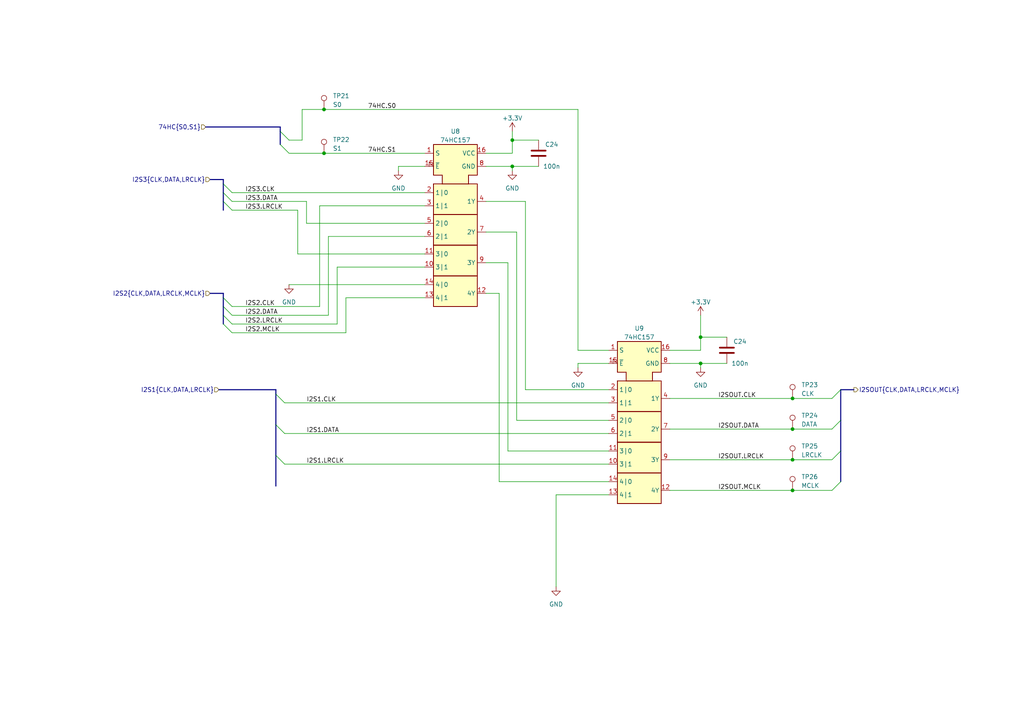
<source format=kicad_sch>
(kicad_sch (version 20230121) (generator eeschema)

  (uuid 8f1ebd86-0714-4e33-9335-5006caa3b6ba)

  (paper "A4")

  (lib_symbols
    (symbol "Connector:TestPoint" (pin_numbers hide) (pin_names (offset 0.762) hide) (in_bom yes) (on_board yes)
      (property "Reference" "TP" (at 0 6.858 0)
        (effects (font (size 1.27 1.27)))
      )
      (property "Value" "TestPoint" (at 0 5.08 0)
        (effects (font (size 1.27 1.27)))
      )
      (property "Footprint" "" (at 5.08 0 0)
        (effects (font (size 1.27 1.27)) hide)
      )
      (property "Datasheet" "~" (at 5.08 0 0)
        (effects (font (size 1.27 1.27)) hide)
      )
      (property "ki_keywords" "test point tp" (at 0 0 0)
        (effects (font (size 1.27 1.27)) hide)
      )
      (property "ki_description" "test point" (at 0 0 0)
        (effects (font (size 1.27 1.27)) hide)
      )
      (property "ki_fp_filters" "Pin* Test*" (at 0 0 0)
        (effects (font (size 1.27 1.27)) hide)
      )
      (symbol "TestPoint_0_1"
        (circle (center 0 3.302) (radius 0.762)
          (stroke (width 0) (type default))
          (fill (type none))
        )
      )
      (symbol "TestPoint_1_1"
        (pin passive line (at 0 0 90) (length 2.54)
          (name "1" (effects (font (size 1.27 1.27))))
          (number "1" (effects (font (size 1.27 1.27))))
        )
      )
    )
    (symbol "Device:C" (pin_numbers hide) (pin_names (offset 0.254)) (in_bom yes) (on_board yes)
      (property "Reference" "C" (at 0.635 2.54 0)
        (effects (font (size 1.27 1.27)) (justify left))
      )
      (property "Value" "C" (at 0.635 -2.54 0)
        (effects (font (size 1.27 1.27)) (justify left))
      )
      (property "Footprint" "" (at 0.9652 -3.81 0)
        (effects (font (size 1.27 1.27)) hide)
      )
      (property "Datasheet" "~" (at 0 0 0)
        (effects (font (size 1.27 1.27)) hide)
      )
      (property "ki_keywords" "cap capacitor" (at 0 0 0)
        (effects (font (size 1.27 1.27)) hide)
      )
      (property "ki_description" "Unpolarized capacitor" (at 0 0 0)
        (effects (font (size 1.27 1.27)) hide)
      )
      (property "ki_fp_filters" "C_*" (at 0 0 0)
        (effects (font (size 1.27 1.27)) hide)
      )
      (symbol "C_0_1"
        (polyline
          (pts
            (xy -2.032 -0.762)
            (xy 2.032 -0.762)
          )
          (stroke (width 0.508) (type default))
          (fill (type none))
        )
        (polyline
          (pts
            (xy -2.032 0.762)
            (xy 2.032 0.762)
          )
          (stroke (width 0.508) (type default))
          (fill (type none))
        )
      )
      (symbol "C_1_1"
        (pin passive line (at 0 3.81 270) (length 2.794)
          (name "~" (effects (font (size 1.27 1.27))))
          (number "1" (effects (font (size 1.27 1.27))))
        )
        (pin passive line (at 0 -3.81 90) (length 2.794)
          (name "~" (effects (font (size 1.27 1.27))))
          (number "2" (effects (font (size 1.27 1.27))))
        )
      )
    )
    (symbol "kicad_common_lib:74HC157" (in_bom yes) (on_board yes)
      (property "Reference" "U" (at 0 0 0)
        (effects (font (size 1.27 1.27)))
      )
      (property "Value" "74HC157" (at 0 24.13 0)
        (effects (font (size 1.27 1.27)))
      )
      (property "Footprint" "Package_SO:SO-16_3.9x9.9mm_P1.27mm" (at 1.27 -31.75 0)
        (effects (font (size 1.27 1.27)) hide)
      )
      (property "Datasheet" "https://assets.nexperia.com/documents/data-sheet/74HC_HCT157.pdf" (at 1.27 -35.56 0)
        (effects (font (size 1.27 1.27)) hide)
      )
      (symbol "74HC157_0_0"
        (pin input line (at -8.89 19.05 0) (length 2.54)
          (name "S" (effects (font (size 1.27 1.27))))
          (number "1" (effects (font (size 1.27 1.27))))
        )
        (pin input line (at -8.89 -13.97 0) (length 2.54)
          (name "3|1" (effects (font (size 1.27 1.27))))
          (number "10" (effects (font (size 1.27 1.27))))
        )
        (pin input line (at -8.89 -10.16 0) (length 2.54)
          (name "3|0" (effects (font (size 1.27 1.27))))
          (number "11" (effects (font (size 1.27 1.27))))
        )
        (pin output line (at 8.89 -21.59 180) (length 2.54)
          (name "4Y" (effects (font (size 1.27 1.27))))
          (number "12" (effects (font (size 1.27 1.27))))
        )
        (pin input line (at -8.89 -22.86 0) (length 2.54)
          (name "4|1" (effects (font (size 1.27 1.27))))
          (number "13" (effects (font (size 1.27 1.27))))
        )
        (pin input line (at -8.89 -19.05 0) (length 2.54)
          (name "4|0" (effects (font (size 1.27 1.27))))
          (number "14" (effects (font (size 1.27 1.27))))
        )
        (pin input input_low (at -8.89 15.24 0) (length 2.54)
          (name "~{E}" (effects (font (size 1.27 1.27))))
          (number "15" (effects (font (size 1.27 1.27))))
        )
        (pin power_in line (at 8.89 19.05 180) (length 2.54)
          (name "VCC" (effects (font (size 1.27 1.27))))
          (number "16" (effects (font (size 1.27 1.27))))
        )
        (pin input line (at -8.89 7.62 0) (length 2.54)
          (name "1|0" (effects (font (size 1.27 1.27))))
          (number "2" (effects (font (size 1.27 1.27))))
        )
        (pin input line (at -8.89 3.81 0) (length 2.54)
          (name "1|1" (effects (font (size 1.27 1.27))))
          (number "3" (effects (font (size 1.27 1.27))))
        )
        (pin output line (at 8.89 5.08 180) (length 2.54)
          (name "1Y" (effects (font (size 1.27 1.27))))
          (number "4" (effects (font (size 1.27 1.27))))
        )
        (pin input line (at -8.89 -1.27 0) (length 2.54)
          (name "2|0" (effects (font (size 1.27 1.27))))
          (number "5" (effects (font (size 1.27 1.27))))
        )
        (pin input line (at -8.89 -5.08 0) (length 2.54)
          (name "2|1" (effects (font (size 1.27 1.27))))
          (number "6" (effects (font (size 1.27 1.27))))
        )
        (pin output line (at 8.89 -3.81 180) (length 2.54)
          (name "2Y" (effects (font (size 1.27 1.27))))
          (number "7" (effects (font (size 1.27 1.27))))
        )
        (pin power_in line (at 8.89 15.24 180) (length 2.54)
          (name "GND" (effects (font (size 1.27 1.27))))
          (number "8" (effects (font (size 1.27 1.27))))
        )
        (pin output line (at 8.89 -12.7 180) (length 2.54)
          (name "3Y" (effects (font (size 1.27 1.27))))
          (number "9" (effects (font (size 1.27 1.27))))
        )
      )
      (symbol "74HC157_0_1"
        (rectangle (start -6.35 -16.51) (end 6.35 -25.4)
          (stroke (width 0.254) (type default))
          (fill (type background))
        )
        (rectangle (start -6.35 -7.62) (end 6.35 -16.51)
          (stroke (width 0.254) (type default))
          (fill (type background))
        )
        (rectangle (start -6.35 1.27) (end 6.35 -7.62)
          (stroke (width 0.254) (type default))
          (fill (type background))
        )
        (rectangle (start -6.35 10.16) (end 6.35 1.27)
          (stroke (width 0.254) (type default))
          (fill (type background))
        )
        (polyline
          (pts
            (xy -3.81 10.16)
            (xy -3.81 12.7)
            (xy -6.35 12.7)
            (xy -6.35 21.59)
            (xy 5.08 21.59)
            (xy 6.35 21.59)
            (xy 6.35 12.7)
            (xy 3.81 12.7)
            (xy 3.81 10.16)
          )
          (stroke (width 0.254) (type default))
          (fill (type background))
        )
      )
    )
    (symbol "power:+3.3V" (power) (pin_names (offset 0)) (in_bom yes) (on_board yes)
      (property "Reference" "#PWR" (at 0 -3.81 0)
        (effects (font (size 1.27 1.27)) hide)
      )
      (property "Value" "+3.3V" (at 0 3.556 0)
        (effects (font (size 1.27 1.27)))
      )
      (property "Footprint" "" (at 0 0 0)
        (effects (font (size 1.27 1.27)) hide)
      )
      (property "Datasheet" "" (at 0 0 0)
        (effects (font (size 1.27 1.27)) hide)
      )
      (property "ki_keywords" "global power" (at 0 0 0)
        (effects (font (size 1.27 1.27)) hide)
      )
      (property "ki_description" "Power symbol creates a global label with name \"+3.3V\"" (at 0 0 0)
        (effects (font (size 1.27 1.27)) hide)
      )
      (symbol "+3.3V_0_1"
        (polyline
          (pts
            (xy -0.762 1.27)
            (xy 0 2.54)
          )
          (stroke (width 0) (type default))
          (fill (type none))
        )
        (polyline
          (pts
            (xy 0 0)
            (xy 0 2.54)
          )
          (stroke (width 0) (type default))
          (fill (type none))
        )
        (polyline
          (pts
            (xy 0 2.54)
            (xy 0.762 1.27)
          )
          (stroke (width 0) (type default))
          (fill (type none))
        )
      )
      (symbol "+3.3V_1_1"
        (pin power_in line (at 0 0 90) (length 0) hide
          (name "+3.3V" (effects (font (size 1.27 1.27))))
          (number "1" (effects (font (size 1.27 1.27))))
        )
      )
    )
    (symbol "power:GND" (power) (pin_names (offset 0)) (in_bom yes) (on_board yes)
      (property "Reference" "#PWR" (at 0 -6.35 0)
        (effects (font (size 1.27 1.27)) hide)
      )
      (property "Value" "GND" (at 0 -3.81 0)
        (effects (font (size 1.27 1.27)))
      )
      (property "Footprint" "" (at 0 0 0)
        (effects (font (size 1.27 1.27)) hide)
      )
      (property "Datasheet" "" (at 0 0 0)
        (effects (font (size 1.27 1.27)) hide)
      )
      (property "ki_keywords" "global power" (at 0 0 0)
        (effects (font (size 1.27 1.27)) hide)
      )
      (property "ki_description" "Power symbol creates a global label with name \"GND\" , ground" (at 0 0 0)
        (effects (font (size 1.27 1.27)) hide)
      )
      (symbol "GND_0_1"
        (polyline
          (pts
            (xy 0 0)
            (xy 0 -1.27)
            (xy 1.27 -1.27)
            (xy 0 -2.54)
            (xy -1.27 -1.27)
            (xy 0 -1.27)
          )
          (stroke (width 0) (type default))
          (fill (type none))
        )
      )
      (symbol "GND_1_1"
        (pin power_in line (at 0 0 270) (length 0) hide
          (name "GND" (effects (font (size 1.27 1.27))))
          (number "1" (effects (font (size 1.27 1.27))))
        )
      )
    )
  )

  (junction (at 148.59 40.64) (diameter 0) (color 0 0 0 0)
    (uuid 006a6bd0-ab80-4b81-b144-d19a18ae857a)
  )
  (junction (at 93.98 44.45) (diameter 0) (color 0 0 0 0)
    (uuid 0256216c-b620-4cd3-94d0-40ecee21fac2)
  )
  (junction (at 229.87 142.24) (diameter 0) (color 0 0 0 0)
    (uuid 0c6ff9c8-bbf1-4246-9166-2f9c12d1b575)
  )
  (junction (at 203.2 105.41) (diameter 0) (color 0 0 0 0)
    (uuid 471b2008-4c49-40b7-8afe-633477d8ec24)
  )
  (junction (at 148.59 48.26) (diameter 0) (color 0 0 0 0)
    (uuid 7d9bf1cb-64d5-414e-93b1-0c824ea11b0a)
  )
  (junction (at 229.87 133.35) (diameter 0) (color 0 0 0 0)
    (uuid 855e4943-21b3-46bd-b940-4f17289f6a17)
  )
  (junction (at 203.2 97.79) (diameter 0) (color 0 0 0 0)
    (uuid 8ab83a32-12bf-460a-a3ae-81b7d1ac7e0f)
  )
  (junction (at 229.87 115.57) (diameter 0) (color 0 0 0 0)
    (uuid aa7d8898-7b83-4e3a-b3ed-76b518fe71c4)
  )
  (junction (at 93.98 31.75) (diameter 0) (color 0 0 0 0)
    (uuid e4eb602b-93bd-4bf9-90a7-8adcd7fa78ba)
  )
  (junction (at 229.87 124.46) (diameter 0) (color 0 0 0 0)
    (uuid f7eeb401-f779-40ca-902e-8ee9d531654e)
  )

  (bus_entry (at 81.28 41.91) (size 2.54 2.54)
    (stroke (width 0) (type default))
    (uuid 0adc00fe-33fa-49db-b939-75e961f5461e)
  )
  (bus_entry (at 241.3 133.35) (size 2.54 -2.54)
    (stroke (width 0) (type default))
    (uuid 21b65604-5397-4ed7-a4cd-8b1d005fc5e3)
  )
  (bus_entry (at 64.77 88.9) (size 2.54 2.54)
    (stroke (width 0) (type default))
    (uuid 3a765f4d-5f40-4aab-83d1-3c09ae101999)
  )
  (bus_entry (at 64.77 58.42) (size 2.54 2.54)
    (stroke (width 0) (type default))
    (uuid 5da8f6d9-e8a1-4387-900f-84af81cadeac)
  )
  (bus_entry (at 64.77 91.44) (size 2.54 2.54)
    (stroke (width 0) (type default))
    (uuid 6978d0b4-7a18-46d4-b427-839662d18c80)
  )
  (bus_entry (at 64.77 55.88) (size 2.54 2.54)
    (stroke (width 0) (type default))
    (uuid 7ad6f7e0-217d-42f5-ae9f-c1921149f3c7)
  )
  (bus_entry (at 241.3 142.24) (size 2.54 -2.54)
    (stroke (width 0) (type default))
    (uuid 8896e886-d615-4e9b-931f-921a8583d547)
  )
  (bus_entry (at 241.3 124.46) (size 2.54 -2.54)
    (stroke (width 0) (type default))
    (uuid 8abeeec2-44cf-4496-98f9-f9957deaf17e)
  )
  (bus_entry (at 64.77 53.34) (size 2.54 2.54)
    (stroke (width 0) (type default))
    (uuid 97106048-6d9e-492d-a88c-3ef64934d99a)
  )
  (bus_entry (at 64.77 93.98) (size 2.54 2.54)
    (stroke (width 0) (type default))
    (uuid 9d7c1ac1-03c2-4c1d-bb78-3c8753c30a14)
  )
  (bus_entry (at 80.01 114.3) (size 2.54 2.54)
    (stroke (width 0) (type default))
    (uuid aabc665b-1b73-45d8-8671-104daa87c2be)
  )
  (bus_entry (at 64.77 86.36) (size 2.54 2.54)
    (stroke (width 0) (type default))
    (uuid b984c84b-8e8b-43fe-b0d2-665c3934cb8e)
  )
  (bus_entry (at 80.01 123.19) (size 2.54 2.54)
    (stroke (width 0) (type default))
    (uuid bd3e10b5-5717-4b4c-876a-b0338f19b407)
  )
  (bus_entry (at 81.28 38.1) (size 2.54 2.54)
    (stroke (width 0) (type default))
    (uuid da34b2fe-c8f0-4333-aa9b-628a82d505e9)
  )
  (bus_entry (at 241.3 115.57) (size 2.54 -2.54)
    (stroke (width 0) (type default))
    (uuid f19aa424-8620-4f1c-ae64-90dfdd541e03)
  )
  (bus_entry (at 80.01 132.08) (size 2.54 2.54)
    (stroke (width 0) (type default))
    (uuid fabda8be-07b5-49df-9138-0744997f6409)
  )

  (bus (pts (xy 81.28 36.83) (xy 81.28 38.1))
    (stroke (width 0) (type default))
    (uuid 00c8530c-5130-4161-9454-b2a46a46c10d)
  )
  (bus (pts (xy 243.84 113.03) (xy 247.65 113.03))
    (stroke (width 0) (type default))
    (uuid 0306b7ae-6018-4fc9-bdad-9c7b818200dc)
  )

  (wire (pts (xy 148.59 40.64) (xy 156.21 40.64))
    (stroke (width 0) (type default))
    (uuid 05c569fc-9a45-4444-92cd-b51be870bf23)
  )
  (wire (pts (xy 100.33 86.36) (xy 100.33 96.52))
    (stroke (width 0) (type default))
    (uuid 0704d422-9ddd-4716-ba35-a26efda581b4)
  )
  (wire (pts (xy 86.36 73.66) (xy 86.36 60.96))
    (stroke (width 0) (type default))
    (uuid 0cf68fd5-1416-413a-8fa9-e2eb7334072a)
  )
  (wire (pts (xy 92.71 59.69) (xy 92.71 88.9))
    (stroke (width 0) (type default))
    (uuid 10a6fdb9-aafc-4629-aeba-6496580f5ab6)
  )
  (wire (pts (xy 194.31 142.24) (xy 229.87 142.24))
    (stroke (width 0) (type default))
    (uuid 11903fea-d6d2-4df6-96b7-2cf73ad7b038)
  )
  (wire (pts (xy 123.19 77.47) (xy 97.79 77.47))
    (stroke (width 0) (type default))
    (uuid 13647e3f-0e5e-4bff-afa9-da5d2c0f6601)
  )
  (wire (pts (xy 152.4 58.42) (xy 152.4 113.03))
    (stroke (width 0) (type default))
    (uuid 13c1d533-9fcc-402d-b32d-517fe247e38f)
  )
  (wire (pts (xy 95.25 68.58) (xy 95.25 91.44))
    (stroke (width 0) (type default))
    (uuid 14c6df67-49c6-4ee7-abf4-e1dbc1de7202)
  )
  (wire (pts (xy 67.31 93.98) (xy 97.79 93.98))
    (stroke (width 0) (type default))
    (uuid 14dfaa82-0953-41f1-8893-1cf017917256)
  )
  (bus (pts (xy 80.01 114.3) (xy 80.01 113.03))
    (stroke (width 0) (type default))
    (uuid 178d5d9e-e25a-47eb-ac2a-f845843f8cb4)
  )

  (wire (pts (xy 115.57 48.26) (xy 123.19 48.26))
    (stroke (width 0) (type default))
    (uuid 184c9223-9d2a-459a-b5a0-280d28de6812)
  )
  (wire (pts (xy 97.79 77.47) (xy 97.79 93.98))
    (stroke (width 0) (type default))
    (uuid 1b18f1fb-57f7-4224-ad12-104da3be063a)
  )
  (wire (pts (xy 203.2 105.41) (xy 210.82 105.41))
    (stroke (width 0) (type default))
    (uuid 1b7cbf90-29cb-4405-b1ba-4f0e193b8c75)
  )
  (wire (pts (xy 123.19 73.66) (xy 86.36 73.66))
    (stroke (width 0) (type default))
    (uuid 1eff7469-1404-4248-9906-0e94ce550132)
  )
  (bus (pts (xy 80.01 140.97) (xy 80.01 132.08))
    (stroke (width 0) (type default))
    (uuid 2097f3cb-e57c-4038-ad2d-b45e7045e1b9)
  )

  (wire (pts (xy 194.31 101.6) (xy 203.2 101.6))
    (stroke (width 0) (type default))
    (uuid 21615862-35d6-4b0e-8e26-de9e2aab9e28)
  )
  (wire (pts (xy 148.59 48.26) (xy 148.59 49.53))
    (stroke (width 0) (type default))
    (uuid 239a9454-9240-4700-ad7c-5072df591d0e)
  )
  (wire (pts (xy 67.31 55.88) (xy 123.19 55.88))
    (stroke (width 0) (type default))
    (uuid 249033ec-fc84-4d56-8163-0c7ae559709f)
  )
  (wire (pts (xy 83.82 44.45) (xy 93.98 44.45))
    (stroke (width 0) (type default))
    (uuid 268c9f4f-4208-42a6-84b3-2a438518ca5f)
  )
  (wire (pts (xy 194.31 124.46) (xy 229.87 124.46))
    (stroke (width 0) (type default))
    (uuid 27ad5295-73b9-422c-90c8-f98b843368a8)
  )
  (wire (pts (xy 123.19 68.58) (xy 95.25 68.58))
    (stroke (width 0) (type default))
    (uuid 2bc6c9fa-2424-4edd-80d6-617ca8f58513)
  )
  (wire (pts (xy 203.2 97.79) (xy 210.82 97.79))
    (stroke (width 0) (type default))
    (uuid 3185453f-e8d3-4aea-a9b3-32464742251f)
  )
  (wire (pts (xy 147.32 130.81) (xy 176.53 130.81))
    (stroke (width 0) (type default))
    (uuid 345c8f25-a50e-495e-9e2e-d97e1818ddaa)
  )
  (bus (pts (xy 81.28 41.91) (xy 81.28 38.1))
    (stroke (width 0) (type default))
    (uuid 35792c0d-c010-43c3-b673-2fafc77f9daa)
  )

  (wire (pts (xy 144.78 139.7) (xy 176.53 139.7))
    (stroke (width 0) (type default))
    (uuid 36e2adbb-6d68-4260-9362-81b5ac46c161)
  )
  (wire (pts (xy 123.19 59.69) (xy 92.71 59.69))
    (stroke (width 0) (type default))
    (uuid 3ca2aaaf-6683-407c-b82f-8c907a07537e)
  )
  (wire (pts (xy 123.19 64.77) (xy 88.9 64.77))
    (stroke (width 0) (type default))
    (uuid 43836510-f95d-410e-8d38-151fa19905de)
  )
  (wire (pts (xy 167.64 106.68) (xy 167.64 105.41))
    (stroke (width 0) (type default))
    (uuid 452395f3-33b4-4215-be90-38a81c73dba0)
  )
  (wire (pts (xy 203.2 105.41) (xy 203.2 106.68))
    (stroke (width 0) (type default))
    (uuid 47f2b64d-80e9-4753-8b0b-97206ccba247)
  )
  (bus (pts (xy 59.69 36.83) (xy 81.28 36.83))
    (stroke (width 0) (type default))
    (uuid 488c1545-5925-429b-859f-a5069713a7b1)
  )
  (bus (pts (xy 64.77 93.98) (xy 64.77 91.44))
    (stroke (width 0) (type default))
    (uuid 4eb29357-408e-4926-b289-616f08029910)
  )

  (wire (pts (xy 82.55 134.62) (xy 176.53 134.62))
    (stroke (width 0) (type default))
    (uuid 581fced5-de0a-4920-a6b3-31d2435e182e)
  )
  (wire (pts (xy 87.63 31.75) (xy 87.63 40.64))
    (stroke (width 0) (type default))
    (uuid 5a5a762e-f95c-403c-9fda-4d487b781e93)
  )
  (wire (pts (xy 140.97 67.31) (xy 149.86 67.31))
    (stroke (width 0) (type default))
    (uuid 5a910f84-1817-4c77-b386-f59597f688b7)
  )
  (wire (pts (xy 203.2 97.79) (xy 203.2 91.44))
    (stroke (width 0) (type default))
    (uuid 5b619df6-e2b4-4f7c-b32d-4842a615bbd2)
  )
  (wire (pts (xy 140.97 44.45) (xy 148.59 44.45))
    (stroke (width 0) (type default))
    (uuid 5bd2f1f5-6be2-476a-9a9e-b468a5793bbf)
  )
  (wire (pts (xy 194.31 105.41) (xy 203.2 105.41))
    (stroke (width 0) (type default))
    (uuid 609287e0-da84-4d20-ab13-7d8b26f36136)
  )
  (wire (pts (xy 148.59 48.26) (xy 156.21 48.26))
    (stroke (width 0) (type default))
    (uuid 67834833-d3df-4d8d-91a4-3ba0fc522882)
  )
  (wire (pts (xy 82.55 125.73) (xy 176.53 125.73))
    (stroke (width 0) (type default))
    (uuid 684b402c-5408-4897-bc02-df34ee0b3ccf)
  )
  (wire (pts (xy 167.64 31.75) (xy 93.98 31.75))
    (stroke (width 0) (type default))
    (uuid 701656b5-f607-4c35-b1ad-1d605b87fbaf)
  )
  (wire (pts (xy 88.9 64.77) (xy 88.9 58.42))
    (stroke (width 0) (type default))
    (uuid 718c9e57-055c-4a60-9cb8-7a090da1dd4a)
  )
  (wire (pts (xy 203.2 101.6) (xy 203.2 97.79))
    (stroke (width 0) (type default))
    (uuid 72ebbf14-a5d1-4cec-ad64-5128f53cf092)
  )
  (bus (pts (xy 64.77 88.9) (xy 64.77 86.36))
    (stroke (width 0) (type default))
    (uuid 75848374-88e5-42e0-b116-9e8d52d7d8b2)
  )

  (wire (pts (xy 140.97 48.26) (xy 148.59 48.26))
    (stroke (width 0) (type default))
    (uuid 7d67a947-cb59-43e7-a8cc-de4beefbdb3d)
  )
  (bus (pts (xy 80.01 123.19) (xy 80.01 114.3))
    (stroke (width 0) (type default))
    (uuid 7dace09f-9142-4775-8be7-6262b62098bb)
  )

  (wire (pts (xy 229.87 124.46) (xy 241.3 124.46))
    (stroke (width 0) (type default))
    (uuid 7e64fa01-abf9-4334-b305-74a0b14a4209)
  )
  (bus (pts (xy 60.96 52.07) (xy 64.77 52.07))
    (stroke (width 0) (type default))
    (uuid 7f1d4a37-a337-47a3-9555-88ab482712f1)
  )

  (wire (pts (xy 148.59 40.64) (xy 148.59 38.1))
    (stroke (width 0) (type default))
    (uuid 7fe79bfe-2f97-43c5-bf17-5004d7946e3d)
  )
  (wire (pts (xy 123.19 86.36) (xy 100.33 86.36))
    (stroke (width 0) (type default))
    (uuid 813fe790-55f8-4e54-925a-4cbbc8e515fe)
  )
  (wire (pts (xy 82.55 116.84) (xy 176.53 116.84))
    (stroke (width 0) (type default))
    (uuid 8302f626-a73d-48f8-a1d2-4e7fe5a40f2a)
  )
  (bus (pts (xy 63.5 113.03) (xy 80.01 113.03))
    (stroke (width 0) (type default))
    (uuid 848ed794-d3b7-499d-9d3c-36d33ffc679b)
  )
  (bus (pts (xy 64.77 60.96) (xy 64.77 58.42))
    (stroke (width 0) (type default))
    (uuid 84e4d9bb-2652-4c61-9351-2ed1a32047b2)
  )

  (wire (pts (xy 229.87 115.57) (xy 241.3 115.57))
    (stroke (width 0) (type default))
    (uuid 84f0961f-4d80-4f68-b456-70715b391f89)
  )
  (wire (pts (xy 148.59 44.45) (xy 148.59 40.64))
    (stroke (width 0) (type default))
    (uuid 8abb96fc-72d4-4160-b45e-ca7c9cbd5e95)
  )
  (wire (pts (xy 67.31 91.44) (xy 95.25 91.44))
    (stroke (width 0) (type default))
    (uuid 8cccd192-849a-4d95-b163-25df31656049)
  )
  (wire (pts (xy 194.31 115.57) (xy 229.87 115.57))
    (stroke (width 0) (type default))
    (uuid 8e78813c-37a1-43fb-8f7c-92568ee248e3)
  )
  (wire (pts (xy 147.32 76.2) (xy 147.32 130.81))
    (stroke (width 0) (type default))
    (uuid 93a14e33-d251-41da-96d0-a64851fe1685)
  )
  (wire (pts (xy 167.64 105.41) (xy 176.53 105.41))
    (stroke (width 0) (type default))
    (uuid 9c0c5fb8-8476-45c3-9823-b5f0f7608d13)
  )
  (wire (pts (xy 167.64 101.6) (xy 167.64 31.75))
    (stroke (width 0) (type default))
    (uuid a0ac01bc-1e08-4098-9b34-ae7288016830)
  )
  (bus (pts (xy 64.77 58.42) (xy 64.77 55.88))
    (stroke (width 0) (type default))
    (uuid aafc35b0-5a53-4ce0-ad0c-2522a691f162)
  )

  (wire (pts (xy 144.78 85.09) (xy 144.78 139.7))
    (stroke (width 0) (type default))
    (uuid ad76e7ed-f030-440d-bf03-52a75e3254f0)
  )
  (bus (pts (xy 64.77 86.36) (xy 64.77 85.09))
    (stroke (width 0) (type default))
    (uuid af894bd3-4da1-4897-8050-437f0391719d)
  )

  (wire (pts (xy 140.97 76.2) (xy 147.32 76.2))
    (stroke (width 0) (type default))
    (uuid b0542072-7021-4ae6-b7b8-ada4ac625cd9)
  )
  (wire (pts (xy 67.31 88.9) (xy 92.71 88.9))
    (stroke (width 0) (type default))
    (uuid b1a997c7-7786-4777-88fe-ebfefc7a8d33)
  )
  (wire (pts (xy 161.29 170.18) (xy 161.29 143.51))
    (stroke (width 0) (type default))
    (uuid b4673b96-fbb7-4085-95c8-8d09b489e7f7)
  )
  (wire (pts (xy 194.31 133.35) (xy 229.87 133.35))
    (stroke (width 0) (type default))
    (uuid b5f16a69-47ab-482f-96e7-9b08112c1b0a)
  )
  (bus (pts (xy 243.84 121.92) (xy 243.84 113.03))
    (stroke (width 0) (type default))
    (uuid b7126f98-b8bb-4510-9871-2aa57db19fbd)
  )

  (wire (pts (xy 161.29 143.51) (xy 176.53 143.51))
    (stroke (width 0) (type default))
    (uuid b8576f35-aaac-4442-a2a8-c38106671f83)
  )
  (wire (pts (xy 93.98 44.45) (xy 123.19 44.45))
    (stroke (width 0) (type default))
    (uuid ba2a442a-3f44-44d6-8728-61d978895030)
  )
  (wire (pts (xy 176.53 101.6) (xy 167.64 101.6))
    (stroke (width 0) (type default))
    (uuid bd986a08-9dbc-437d-abec-be99b3dc7efe)
  )
  (wire (pts (xy 93.98 31.75) (xy 87.63 31.75))
    (stroke (width 0) (type default))
    (uuid bf6e7afe-bce2-4e52-bf18-f10783df1203)
  )
  (wire (pts (xy 149.86 121.92) (xy 176.53 121.92))
    (stroke (width 0) (type default))
    (uuid c4baa8ea-2f5a-42f2-885a-882bb0869df4)
  )
  (bus (pts (xy 64.77 53.34) (xy 64.77 52.07))
    (stroke (width 0) (type default))
    (uuid c78a2384-ee60-4a5a-b0cc-ad605bfb1a08)
  )
  (bus (pts (xy 64.77 91.44) (xy 64.77 88.9))
    (stroke (width 0) (type default))
    (uuid c9c30a28-972b-48bd-943e-ebd30fb1d68d)
  )

  (wire (pts (xy 67.31 58.42) (xy 88.9 58.42))
    (stroke (width 0) (type default))
    (uuid cac0886f-fd02-43c9-8d8a-c3b4fdbd00b3)
  )
  (bus (pts (xy 243.84 139.7) (xy 243.84 130.81))
    (stroke (width 0) (type default))
    (uuid cae5820e-df6b-4fc8-be54-38e5ca38c585)
  )

  (wire (pts (xy 140.97 85.09) (xy 144.78 85.09))
    (stroke (width 0) (type default))
    (uuid d0463f89-2740-4c35-b60b-53309dbc007c)
  )
  (wire (pts (xy 229.87 142.24) (xy 241.3 142.24))
    (stroke (width 0) (type default))
    (uuid d2b6852b-3ac0-4513-8a34-4ad352fb6653)
  )
  (wire (pts (xy 152.4 113.03) (xy 176.53 113.03))
    (stroke (width 0) (type default))
    (uuid d6075f19-57b8-4d83-aba4-ee2f5a1da378)
  )
  (bus (pts (xy 243.84 130.81) (xy 243.84 121.92))
    (stroke (width 0) (type default))
    (uuid d65b5964-2c62-4f6a-9ee0-769a187a3dd7)
  )

  (wire (pts (xy 149.86 67.31) (xy 149.86 121.92))
    (stroke (width 0) (type default))
    (uuid dcc13a9f-f140-4b2b-997e-a59dfa68e846)
  )
  (bus (pts (xy 60.96 85.09) (xy 64.77 85.09))
    (stroke (width 0) (type default))
    (uuid e2526426-58bc-4128-9e75-a6fab24d7644)
  )

  (wire (pts (xy 123.19 82.55) (xy 83.82 82.55))
    (stroke (width 0) (type default))
    (uuid e5045f17-05de-44bf-8865-63ca787d801b)
  )
  (wire (pts (xy 67.31 60.96) (xy 86.36 60.96))
    (stroke (width 0) (type default))
    (uuid e7c0b5b7-176f-4bc5-bf9e-66c0cb934776)
  )
  (wire (pts (xy 229.87 133.35) (xy 241.3 133.35))
    (stroke (width 0) (type default))
    (uuid ea099593-afe8-4d10-ae71-a1fadeeda2a1)
  )
  (bus (pts (xy 80.01 132.08) (xy 80.01 123.19))
    (stroke (width 0) (type default))
    (uuid eb64c8f6-3ee8-4f91-9f78-17c167d13231)
  )

  (wire (pts (xy 140.97 58.42) (xy 152.4 58.42))
    (stroke (width 0) (type default))
    (uuid f2daa1d0-d112-408a-95b0-8a593501ba42)
  )
  (bus (pts (xy 64.77 55.88) (xy 64.77 53.34))
    (stroke (width 0) (type default))
    (uuid f57743d1-92ed-432e-a2f4-63a5b3c8b26e)
  )

  (wire (pts (xy 115.57 49.53) (xy 115.57 48.26))
    (stroke (width 0) (type default))
    (uuid f65c2da3-fb39-45a7-b2eb-42bf8fc345ba)
  )
  (wire (pts (xy 83.82 40.64) (xy 87.63 40.64))
    (stroke (width 0) (type default))
    (uuid fc016aa7-5672-448c-88ff-2619affede70)
  )
  (wire (pts (xy 67.31 96.52) (xy 100.33 96.52))
    (stroke (width 0) (type default))
    (uuid ff123455-7478-481d-997a-16f7d4245086)
  )

  (label "I2S2.CLK" (at 71.12 88.9 0) (fields_autoplaced)
    (effects (font (size 1.27 1.27)) (justify left bottom))
    (uuid 05ad9894-4d5a-484e-8888-aa69e163b8fb)
  )
  (label "I2SOUT.DATA" (at 208.28 124.46 0) (fields_autoplaced)
    (effects (font (size 1.27 1.27)) (justify left bottom))
    (uuid 28841839-651a-4fe2-ad0f-1d552f459e05)
  )
  (label "I2SOUT.LRCLK" (at 208.28 133.35 0) (fields_autoplaced)
    (effects (font (size 1.27 1.27)) (justify left bottom))
    (uuid 48999e0f-a4be-469e-9348-12432acf600d)
  )
  (label "I2S1.LRCLK" (at 88.9 134.62 0) (fields_autoplaced)
    (effects (font (size 1.27 1.27)) (justify left bottom))
    (uuid 584d0bd0-5ed1-43db-93a1-c199f480239d)
  )
  (label "I2S1.CLK" (at 88.9 116.84 0) (fields_autoplaced)
    (effects (font (size 1.27 1.27)) (justify left bottom))
    (uuid 73905d02-fac1-4be2-ba51-949ba8664365)
  )
  (label "I2SOUT.CLK" (at 208.28 115.57 0) (fields_autoplaced)
    (effects (font (size 1.27 1.27)) (justify left bottom))
    (uuid 813190a3-46bd-49b3-9f0b-dd2c07412d1b)
  )
  (label "I2SOUT.MCLK" (at 208.28 142.24 0) (fields_autoplaced)
    (effects (font (size 1.27 1.27)) (justify left bottom))
    (uuid 81b56ba0-ee67-4262-8175-c282411b7263)
  )
  (label "I2S3.LRCLK" (at 71.12 60.96 0) (fields_autoplaced)
    (effects (font (size 1.27 1.27)) (justify left bottom))
    (uuid a8f572fe-2432-473b-935a-3ac97dd8b3ea)
  )
  (label "I2S1.DATA" (at 88.9 125.73 0) (fields_autoplaced)
    (effects (font (size 1.27 1.27)) (justify left bottom))
    (uuid aa874edb-5ca8-4b36-ba15-d8e0b4ed74da)
  )
  (label "I2S3.DATA" (at 71.12 58.42 0) (fields_autoplaced)
    (effects (font (size 1.27 1.27)) (justify left bottom))
    (uuid ad47b3a8-e5e0-489e-8926-9dfa6c1b135e)
  )
  (label "74HC.S1" (at 106.68 44.45 0) (fields_autoplaced)
    (effects (font (size 1.27 1.27)) (justify left bottom))
    (uuid ba025808-bf29-494f-aa71-4b9670ca1211)
  )
  (label "I2S2.DATA" (at 71.12 91.44 0) (fields_autoplaced)
    (effects (font (size 1.27 1.27)) (justify left bottom))
    (uuid d49a607b-4720-46cb-b0ee-26902175937a)
  )
  (label "I2S2.MCLK" (at 71.12 96.52 0) (fields_autoplaced)
    (effects (font (size 1.27 1.27)) (justify left bottom))
    (uuid e4f4a1d3-0590-4eb4-9438-b827213c2c1a)
  )
  (label "74HC.S0" (at 106.68 31.75 0) (fields_autoplaced)
    (effects (font (size 1.27 1.27)) (justify left bottom))
    (uuid e73621c7-7c00-4cb2-8d2d-9c0abfbaa5ad)
  )
  (label "I2S3.CLK" (at 71.12 55.88 0) (fields_autoplaced)
    (effects (font (size 1.27 1.27)) (justify left bottom))
    (uuid eda594bb-d760-4821-af10-c9b222362ee4)
  )
  (label "I2S2.LRCLK" (at 71.12 93.98 0) (fields_autoplaced)
    (effects (font (size 1.27 1.27)) (justify left bottom))
    (uuid fd5c9da7-6fc4-4312-87a9-a186aee492fc)
  )

  (hierarchical_label "I2S3{CLK,DATA,LRCLK}" (shape input) (at 60.96 52.07 180) (fields_autoplaced)
    (effects (font (size 1.27 1.27)) (justify right))
    (uuid 49b0907e-7677-42bb-8ce0-ff1d83235f40)
  )
  (hierarchical_label "I2S1{CLK,DATA,LRCLK}" (shape input) (at 63.5 113.03 180) (fields_autoplaced)
    (effects (font (size 1.27 1.27)) (justify right))
    (uuid 4bd48c14-2150-4171-99c1-624f9bf10889)
  )
  (hierarchical_label "74HC{S0,S1}" (shape input) (at 59.69 36.83 180) (fields_autoplaced)
    (effects (font (size 1.27 1.27)) (justify right))
    (uuid 952c8ab0-175d-49c2-baad-eba07ac9d1e3)
  )
  (hierarchical_label "I2S2{CLK,DATA,LRCLK,MCLK}" (shape input) (at 60.96 85.09 180) (fields_autoplaced)
    (effects (font (size 1.27 1.27)) (justify right))
    (uuid a8a3051a-cff8-4f89-9c2b-5eb7d8350c62)
  )
  (hierarchical_label "I2SOUT{CLK,DATA,LRCLK,MCLK}" (shape output) (at 247.65 113.03 0) (fields_autoplaced)
    (effects (font (size 1.27 1.27)) (justify left))
    (uuid dd38fff6-802f-4437-bfd2-33154cd8d5ec)
  )

  (symbol (lib_id "power:GND") (at 83.82 82.55 0) (unit 1)
    (in_bom yes) (on_board yes) (dnp no) (fields_autoplaced)
    (uuid 0ab889ed-836f-4f55-81a0-ac2bfcfc0c43)
    (property "Reference" "#PWR038" (at 83.82 88.9 0)
      (effects (font (size 1.27 1.27)) hide)
    )
    (property "Value" "GND" (at 83.82 87.63 0)
      (effects (font (size 1.27 1.27)))
    )
    (property "Footprint" "" (at 83.82 82.55 0)
      (effects (font (size 1.27 1.27)) hide)
    )
    (property "Datasheet" "" (at 83.82 82.55 0)
      (effects (font (size 1.27 1.27)) hide)
    )
    (pin "1" (uuid f678efe5-a257-4de7-b87a-67f5f5bf9b75))
    (instances
      (project "esp_radio"
        (path "/c9e2e0d2-0655-4f5e-8e13-71b41b1f7cfe/9103cc11-86bf-4fa8-956b-660d9ba42360"
          (reference "#PWR038") (unit 1)
        )
        (path "/c9e2e0d2-0655-4f5e-8e13-71b41b1f7cfe/1eda39b5-ab41-45b2-909c-0f333608d3ad"
          (reference "#PWR052") (unit 1)
        )
      )
    )
  )

  (symbol (lib_id "Connector:TestPoint") (at 229.87 142.24 0) (unit 1)
    (in_bom yes) (on_board yes) (dnp no) (fields_autoplaced)
    (uuid 2239cb29-116f-4ae4-8963-2a3c2b1feb37)
    (property "Reference" "TP26" (at 232.41 138.303 0)
      (effects (font (size 1.27 1.27)) (justify left))
    )
    (property "Value" "MCLK" (at 232.41 140.843 0)
      (effects (font (size 1.27 1.27)) (justify left))
    )
    (property "Footprint" "TestPoint:TestPoint_THTPad_D2.0mm_Drill1.0mm" (at 234.95 142.24 0)
      (effects (font (size 1.27 1.27)) hide)
    )
    (property "Datasheet" "~" (at 234.95 142.24 0)
      (effects (font (size 1.27 1.27)) hide)
    )
    (pin "1" (uuid 802f26ae-7385-4e2e-882f-479075b4f3ee))
    (instances
      (project "esp_radio"
        (path "/c9e2e0d2-0655-4f5e-8e13-71b41b1f7cfe/1eda39b5-ab41-45b2-909c-0f333608d3ad"
          (reference "TP26") (unit 1)
        )
      )
    )
  )

  (symbol (lib_id "Device:C") (at 156.21 44.45 0) (unit 1)
    (in_bom yes) (on_board yes) (dnp no)
    (uuid 479e3189-fdb9-4921-9d87-713307e2f5d8)
    (property "Reference" "C24" (at 160.02 41.91 0)
      (effects (font (size 1.27 1.27)))
    )
    (property "Value" "100n" (at 160.02 48.26 0)
      (effects (font (size 1.27 1.27)))
    )
    (property "Footprint" "kicad_common_lib:C_0805" (at 157.1752 48.26 0)
      (effects (font (size 1.27 1.27)) hide)
    )
    (property "Datasheet" "~" (at 156.21 44.45 0)
      (effects (font (size 1.27 1.27)) hide)
    )
    (pin "1" (uuid 552560a1-9f05-41e3-a57b-8a70818fe01e))
    (pin "2" (uuid 27707506-4b09-4622-9dbf-58ead3155ba8))
    (instances
      (project "esp_radio"
        (path "/c9e2e0d2-0655-4f5e-8e13-71b41b1f7cfe/075c031f-b0b0-4bab-abfa-9d47d762eb65"
          (reference "C24") (unit 1)
        )
        (path "/c9e2e0d2-0655-4f5e-8e13-71b41b1f7cfe/6211a78e-7999-4e5f-acad-2efdf79e1a8e"
          (reference "C28") (unit 1)
        )
        (path "/c9e2e0d2-0655-4f5e-8e13-71b41b1f7cfe/1eda39b5-ab41-45b2-909c-0f333608d3ad"
          (reference "C41") (unit 1)
        )
      )
    )
  )

  (symbol (lib_id "Connector:TestPoint") (at 229.87 124.46 0) (unit 1)
    (in_bom yes) (on_board yes) (dnp no) (fields_autoplaced)
    (uuid 47e1bfbe-9633-483a-88e4-7569842deb95)
    (property "Reference" "TP24" (at 232.41 120.523 0)
      (effects (font (size 1.27 1.27)) (justify left))
    )
    (property "Value" "DATA" (at 232.41 123.063 0)
      (effects (font (size 1.27 1.27)) (justify left))
    )
    (property "Footprint" "TestPoint:TestPoint_THTPad_D2.0mm_Drill1.0mm" (at 234.95 124.46 0)
      (effects (font (size 1.27 1.27)) hide)
    )
    (property "Datasheet" "~" (at 234.95 124.46 0)
      (effects (font (size 1.27 1.27)) hide)
    )
    (pin "1" (uuid 39122cb1-a5d5-446e-9f42-6fcf095671cf))
    (instances
      (project "esp_radio"
        (path "/c9e2e0d2-0655-4f5e-8e13-71b41b1f7cfe/1eda39b5-ab41-45b2-909c-0f333608d3ad"
          (reference "TP24") (unit 1)
        )
      )
    )
  )

  (symbol (lib_id "power:GND") (at 148.59 49.53 0) (unit 1)
    (in_bom yes) (on_board yes) (dnp no) (fields_autoplaced)
    (uuid 4d733014-267b-4b12-8695-28d38e17f722)
    (property "Reference" "#PWR038" (at 148.59 55.88 0)
      (effects (font (size 1.27 1.27)) hide)
    )
    (property "Value" "GND" (at 148.59 54.61 0)
      (effects (font (size 1.27 1.27)))
    )
    (property "Footprint" "" (at 148.59 49.53 0)
      (effects (font (size 1.27 1.27)) hide)
    )
    (property "Datasheet" "" (at 148.59 49.53 0)
      (effects (font (size 1.27 1.27)) hide)
    )
    (pin "1" (uuid 47231bf8-0d37-4b71-8c0e-717f8285ad6b))
    (instances
      (project "esp_radio"
        (path "/c9e2e0d2-0655-4f5e-8e13-71b41b1f7cfe/9103cc11-86bf-4fa8-956b-660d9ba42360"
          (reference "#PWR038") (unit 1)
        )
        (path "/c9e2e0d2-0655-4f5e-8e13-71b41b1f7cfe/1eda39b5-ab41-45b2-909c-0f333608d3ad"
          (reference "#PWR051") (unit 1)
        )
      )
    )
  )

  (symbol (lib_id "Connector:TestPoint") (at 229.87 115.57 0) (unit 1)
    (in_bom yes) (on_board yes) (dnp no) (fields_autoplaced)
    (uuid 7e032c88-9b33-4c2f-9584-72ce0cadfd18)
    (property "Reference" "TP23" (at 232.41 111.633 0)
      (effects (font (size 1.27 1.27)) (justify left))
    )
    (property "Value" "CLK" (at 232.41 114.173 0)
      (effects (font (size 1.27 1.27)) (justify left))
    )
    (property "Footprint" "TestPoint:TestPoint_THTPad_D2.0mm_Drill1.0mm" (at 234.95 115.57 0)
      (effects (font (size 1.27 1.27)) hide)
    )
    (property "Datasheet" "~" (at 234.95 115.57 0)
      (effects (font (size 1.27 1.27)) hide)
    )
    (pin "1" (uuid 593fa6b4-fa12-4dc2-9c94-49e45333df3d))
    (instances
      (project "esp_radio"
        (path "/c9e2e0d2-0655-4f5e-8e13-71b41b1f7cfe/1eda39b5-ab41-45b2-909c-0f333608d3ad"
          (reference "TP23") (unit 1)
        )
      )
    )
  )

  (symbol (lib_id "power:GND") (at 161.29 170.18 0) (unit 1)
    (in_bom yes) (on_board yes) (dnp no) (fields_autoplaced)
    (uuid 96b67ca3-acfe-4aa1-8daf-97dc36305a44)
    (property "Reference" "#PWR038" (at 161.29 176.53 0)
      (effects (font (size 1.27 1.27)) hide)
    )
    (property "Value" "GND" (at 161.29 175.26 0)
      (effects (font (size 1.27 1.27)))
    )
    (property "Footprint" "" (at 161.29 170.18 0)
      (effects (font (size 1.27 1.27)) hide)
    )
    (property "Datasheet" "" (at 161.29 170.18 0)
      (effects (font (size 1.27 1.27)) hide)
    )
    (pin "1" (uuid 346a64ef-c565-4702-ad8f-4ad1ea053a5e))
    (instances
      (project "esp_radio"
        (path "/c9e2e0d2-0655-4f5e-8e13-71b41b1f7cfe/9103cc11-86bf-4fa8-956b-660d9ba42360"
          (reference "#PWR038") (unit 1)
        )
        (path "/c9e2e0d2-0655-4f5e-8e13-71b41b1f7cfe/1eda39b5-ab41-45b2-909c-0f333608d3ad"
          (reference "#PWR056") (unit 1)
        )
      )
    )
  )

  (symbol (lib_id "power:+3.3V") (at 203.2 91.44 0) (unit 1)
    (in_bom yes) (on_board yes) (dnp no) (fields_autoplaced)
    (uuid 9e44c595-b140-4e78-b9b1-50da6ebbba40)
    (property "Reference" "#PWR037" (at 203.2 95.25 0)
      (effects (font (size 1.27 1.27)) hide)
    )
    (property "Value" "+3.3V" (at 203.2 87.63 0)
      (effects (font (size 1.27 1.27)))
    )
    (property "Footprint" "" (at 203.2 91.44 0)
      (effects (font (size 1.27 1.27)) hide)
    )
    (property "Datasheet" "" (at 203.2 91.44 0)
      (effects (font (size 1.27 1.27)) hide)
    )
    (pin "1" (uuid 6a694250-78c9-4ec3-ab2b-2d3db2d16572))
    (instances
      (project "esp_radio"
        (path "/c9e2e0d2-0655-4f5e-8e13-71b41b1f7cfe/9103cc11-86bf-4fa8-956b-660d9ba42360"
          (reference "#PWR037") (unit 1)
        )
        (path "/c9e2e0d2-0655-4f5e-8e13-71b41b1f7cfe/1eda39b5-ab41-45b2-909c-0f333608d3ad"
          (reference "#PWR053") (unit 1)
        )
      )
    )
  )

  (symbol (lib_id "power:GND") (at 167.64 106.68 0) (unit 1)
    (in_bom yes) (on_board yes) (dnp no) (fields_autoplaced)
    (uuid a2a9223e-8b75-4514-a8e4-031272034fd7)
    (property "Reference" "#PWR038" (at 167.64 113.03 0)
      (effects (font (size 1.27 1.27)) hide)
    )
    (property "Value" "GND" (at 167.64 111.76 0)
      (effects (font (size 1.27 1.27)))
    )
    (property "Footprint" "" (at 167.64 106.68 0)
      (effects (font (size 1.27 1.27)) hide)
    )
    (property "Datasheet" "" (at 167.64 106.68 0)
      (effects (font (size 1.27 1.27)) hide)
    )
    (pin "1" (uuid 9caaed46-4841-47a6-afe5-11d4048e5aeb))
    (instances
      (project "esp_radio"
        (path "/c9e2e0d2-0655-4f5e-8e13-71b41b1f7cfe/9103cc11-86bf-4fa8-956b-660d9ba42360"
          (reference "#PWR038") (unit 1)
        )
        (path "/c9e2e0d2-0655-4f5e-8e13-71b41b1f7cfe/1eda39b5-ab41-45b2-909c-0f333608d3ad"
          (reference "#PWR054") (unit 1)
        )
      )
    )
  )

  (symbol (lib_id "power:GND") (at 115.57 49.53 0) (unit 1)
    (in_bom yes) (on_board yes) (dnp no) (fields_autoplaced)
    (uuid a5301ccd-db50-4c23-a756-cfb41d8f96be)
    (property "Reference" "#PWR038" (at 115.57 55.88 0)
      (effects (font (size 1.27 1.27)) hide)
    )
    (property "Value" "GND" (at 115.57 54.61 0)
      (effects (font (size 1.27 1.27)))
    )
    (property "Footprint" "" (at 115.57 49.53 0)
      (effects (font (size 1.27 1.27)) hide)
    )
    (property "Datasheet" "" (at 115.57 49.53 0)
      (effects (font (size 1.27 1.27)) hide)
    )
    (pin "1" (uuid b44dddcb-5787-4a83-9652-1c4049f9b986))
    (instances
      (project "esp_radio"
        (path "/c9e2e0d2-0655-4f5e-8e13-71b41b1f7cfe/9103cc11-86bf-4fa8-956b-660d9ba42360"
          (reference "#PWR038") (unit 1)
        )
        (path "/c9e2e0d2-0655-4f5e-8e13-71b41b1f7cfe/1eda39b5-ab41-45b2-909c-0f333608d3ad"
          (reference "#PWR050") (unit 1)
        )
      )
    )
  )

  (symbol (lib_id "Device:C") (at 210.82 101.6 0) (unit 1)
    (in_bom yes) (on_board yes) (dnp no)
    (uuid a6d171f2-432f-45d7-ab62-7920e8131056)
    (property "Reference" "C24" (at 214.63 99.06 0)
      (effects (font (size 1.27 1.27)))
    )
    (property "Value" "100n" (at 214.63 105.41 0)
      (effects (font (size 1.27 1.27)))
    )
    (property "Footprint" "kicad_common_lib:C_0805" (at 211.7852 105.41 0)
      (effects (font (size 1.27 1.27)) hide)
    )
    (property "Datasheet" "~" (at 210.82 101.6 0)
      (effects (font (size 1.27 1.27)) hide)
    )
    (pin "1" (uuid f524a1b5-c658-4039-addf-45544534cd27))
    (pin "2" (uuid 302c34f4-6d4c-4515-825a-914905282810))
    (instances
      (project "esp_radio"
        (path "/c9e2e0d2-0655-4f5e-8e13-71b41b1f7cfe/075c031f-b0b0-4bab-abfa-9d47d762eb65"
          (reference "C24") (unit 1)
        )
        (path "/c9e2e0d2-0655-4f5e-8e13-71b41b1f7cfe/6211a78e-7999-4e5f-acad-2efdf79e1a8e"
          (reference "C28") (unit 1)
        )
        (path "/c9e2e0d2-0655-4f5e-8e13-71b41b1f7cfe/1eda39b5-ab41-45b2-909c-0f333608d3ad"
          (reference "C42") (unit 1)
        )
      )
    )
  )

  (symbol (lib_id "power:+3.3V") (at 148.59 38.1 0) (unit 1)
    (in_bom yes) (on_board yes) (dnp no) (fields_autoplaced)
    (uuid ac7ae633-db8f-4465-857a-70b199cec8c2)
    (property "Reference" "#PWR037" (at 148.59 41.91 0)
      (effects (font (size 1.27 1.27)) hide)
    )
    (property "Value" "+3.3V" (at 148.59 34.29 0)
      (effects (font (size 1.27 1.27)))
    )
    (property "Footprint" "" (at 148.59 38.1 0)
      (effects (font (size 1.27 1.27)) hide)
    )
    (property "Datasheet" "" (at 148.59 38.1 0)
      (effects (font (size 1.27 1.27)) hide)
    )
    (pin "1" (uuid 6ed0863d-bba2-48ec-9626-2a6caa8e7c99))
    (instances
      (project "esp_radio"
        (path "/c9e2e0d2-0655-4f5e-8e13-71b41b1f7cfe/9103cc11-86bf-4fa8-956b-660d9ba42360"
          (reference "#PWR037") (unit 1)
        )
        (path "/c9e2e0d2-0655-4f5e-8e13-71b41b1f7cfe/1eda39b5-ab41-45b2-909c-0f333608d3ad"
          (reference "#PWR049") (unit 1)
        )
      )
    )
  )

  (symbol (lib_id "Connector:TestPoint") (at 93.98 31.75 0) (unit 1)
    (in_bom yes) (on_board yes) (dnp no) (fields_autoplaced)
    (uuid b2a7c58e-741d-4c61-ace1-2245767cc7f6)
    (property "Reference" "TP21" (at 96.52 27.813 0)
      (effects (font (size 1.27 1.27)) (justify left))
    )
    (property "Value" "S0" (at 96.52 30.353 0)
      (effects (font (size 1.27 1.27)) (justify left))
    )
    (property "Footprint" "TestPoint:TestPoint_THTPad_D2.0mm_Drill1.0mm" (at 99.06 31.75 0)
      (effects (font (size 1.27 1.27)) hide)
    )
    (property "Datasheet" "~" (at 99.06 31.75 0)
      (effects (font (size 1.27 1.27)) hide)
    )
    (pin "1" (uuid abf0a567-2645-4be0-a842-b12ee04e15ef))
    (instances
      (project "esp_radio"
        (path "/c9e2e0d2-0655-4f5e-8e13-71b41b1f7cfe/1eda39b5-ab41-45b2-909c-0f333608d3ad"
          (reference "TP21") (unit 1)
        )
      )
    )
  )

  (symbol (lib_id "Connector:TestPoint") (at 229.87 133.35 0) (unit 1)
    (in_bom yes) (on_board yes) (dnp no) (fields_autoplaced)
    (uuid b339e6d3-5dcb-4037-b5d2-887f16c722f7)
    (property "Reference" "TP25" (at 232.41 129.413 0)
      (effects (font (size 1.27 1.27)) (justify left))
    )
    (property "Value" "LRCLK" (at 232.41 131.953 0)
      (effects (font (size 1.27 1.27)) (justify left))
    )
    (property "Footprint" "TestPoint:TestPoint_THTPad_D2.0mm_Drill1.0mm" (at 234.95 133.35 0)
      (effects (font (size 1.27 1.27)) hide)
    )
    (property "Datasheet" "~" (at 234.95 133.35 0)
      (effects (font (size 1.27 1.27)) hide)
    )
    (pin "1" (uuid 71e2b2f5-cc88-4786-96b8-d69b8b9939dc))
    (instances
      (project "esp_radio"
        (path "/c9e2e0d2-0655-4f5e-8e13-71b41b1f7cfe/1eda39b5-ab41-45b2-909c-0f333608d3ad"
          (reference "TP25") (unit 1)
        )
      )
    )
  )

  (symbol (lib_id "kicad_common_lib:74HC157") (at 185.42 120.65 0) (unit 1)
    (in_bom yes) (on_board yes) (dnp no) (fields_autoplaced)
    (uuid b36d43a2-978b-41f9-bb10-e46c3cacd683)
    (property "Reference" "U9" (at 185.42 95.25 0)
      (effects (font (size 1.27 1.27)))
    )
    (property "Value" "74HC157" (at 185.42 97.79 0)
      (effects (font (size 1.27 1.27)))
    )
    (property "Footprint" "Package_SO:SO-16_3.9x9.9mm_P1.27mm" (at 186.69 152.4 0)
      (effects (font (size 1.27 1.27)) hide)
    )
    (property "Datasheet" "https://assets.nexperia.com/documents/data-sheet/74HC_HCT157.pdf" (at 186.69 156.21 0)
      (effects (font (size 1.27 1.27)) hide)
    )
    (pin "1" (uuid b59d9255-e666-4058-8489-10427876b999))
    (pin "10" (uuid e9109a2f-0610-4d07-82ca-62d5a67651f3))
    (pin "11" (uuid e1a9da74-b55b-4c71-a8d8-d5d52608b8ef))
    (pin "12" (uuid 4ca70a65-0d6e-4372-bb18-407627349b28))
    (pin "13" (uuid ee9373ee-1aea-4786-ae58-25e89d16e4bd))
    (pin "14" (uuid 850b6171-ad1a-4fd0-9470-981247571bf9))
    (pin "15" (uuid 6ac119af-cbf3-46f2-b8c1-a42ae5996dab))
    (pin "16" (uuid 448e0020-4b26-4fc5-815c-1459b736c148))
    (pin "2" (uuid b0e76104-a9d4-43e2-a68d-038c48de9115))
    (pin "3" (uuid 8b9eac61-8859-4c75-9240-a304a9df1339))
    (pin "4" (uuid 1e272b36-f1e4-46da-a6c6-851e0cace2f8))
    (pin "5" (uuid 5102cfa9-62d3-4bde-bc93-3694169327ca))
    (pin "6" (uuid 1358b041-e50c-4281-8301-b4a69853c1f4))
    (pin "7" (uuid 2cd1a083-6ba0-4ba3-a67c-31a8d23b14e6))
    (pin "8" (uuid fe64b50d-6045-4f7d-bfb3-eb2677414ef6))
    (pin "9" (uuid 3c06db1f-27ed-4edb-9bf5-5d8435248990))
    (instances
      (project "esp_radio"
        (path "/c9e2e0d2-0655-4f5e-8e13-71b41b1f7cfe/1eda39b5-ab41-45b2-909c-0f333608d3ad"
          (reference "U9") (unit 1)
        )
      )
    )
  )

  (symbol (lib_id "power:GND") (at 203.2 106.68 0) (unit 1)
    (in_bom yes) (on_board yes) (dnp no) (fields_autoplaced)
    (uuid ca0c0523-3f4c-404d-a759-b5dadd632e12)
    (property "Reference" "#PWR038" (at 203.2 113.03 0)
      (effects (font (size 1.27 1.27)) hide)
    )
    (property "Value" "GND" (at 203.2 111.76 0)
      (effects (font (size 1.27 1.27)))
    )
    (property "Footprint" "" (at 203.2 106.68 0)
      (effects (font (size 1.27 1.27)) hide)
    )
    (property "Datasheet" "" (at 203.2 106.68 0)
      (effects (font (size 1.27 1.27)) hide)
    )
    (pin "1" (uuid a87ed494-e804-4dbc-8291-ca10f8c66771))
    (instances
      (project "esp_radio"
        (path "/c9e2e0d2-0655-4f5e-8e13-71b41b1f7cfe/9103cc11-86bf-4fa8-956b-660d9ba42360"
          (reference "#PWR038") (unit 1)
        )
        (path "/c9e2e0d2-0655-4f5e-8e13-71b41b1f7cfe/1eda39b5-ab41-45b2-909c-0f333608d3ad"
          (reference "#PWR055") (unit 1)
        )
      )
    )
  )

  (symbol (lib_id "kicad_common_lib:74HC157") (at 132.08 63.5 0) (unit 1)
    (in_bom yes) (on_board yes) (dnp no) (fields_autoplaced)
    (uuid e63b0f78-8951-484b-86fc-f622eaa63ed1)
    (property "Reference" "U8" (at 132.08 38.1 0)
      (effects (font (size 1.27 1.27)))
    )
    (property "Value" "74HC157" (at 132.08 40.64 0)
      (effects (font (size 1.27 1.27)))
    )
    (property "Footprint" "Package_SO:SO-16_3.9x9.9mm_P1.27mm" (at 133.35 95.25 0)
      (effects (font (size 1.27 1.27)) hide)
    )
    (property "Datasheet" "https://assets.nexperia.com/documents/data-sheet/74HC_HCT157.pdf" (at 133.35 99.06 0)
      (effects (font (size 1.27 1.27)) hide)
    )
    (pin "1" (uuid dce59995-06d6-4ffa-849c-70c5b604a87a))
    (pin "10" (uuid 4a4996c2-3f28-430f-a124-fe893e0a2d4e))
    (pin "11" (uuid 6a3f3ace-98cb-4781-9492-8452612c6cbe))
    (pin "12" (uuid 4fa98914-db0a-4cc6-a74c-3bc7f358f07b))
    (pin "13" (uuid 34fcb19e-27b3-46b3-adaa-9e5ecc091ba7))
    (pin "14" (uuid 764a8dd0-2074-4faa-9a56-d953aeb5e82f))
    (pin "15" (uuid cb9adda7-bc99-407b-ac30-67ef4875940e))
    (pin "16" (uuid 86089c54-3cba-4850-bbd2-64613435bdc4))
    (pin "2" (uuid b60d31c0-2182-41c3-b0db-baa5f1bf487d))
    (pin "3" (uuid 867ed6b4-b902-4f5e-834a-25b3c40d409e))
    (pin "4" (uuid aa1c561b-f003-42a8-9480-f5f3c7fb468f))
    (pin "5" (uuid 29884236-df73-4197-83a1-8ff5730c6613))
    (pin "6" (uuid caa2fba9-66e2-4a8c-88d8-c428758bc304))
    (pin "7" (uuid 110b735d-21af-4ff6-9462-d6d798c4c53c))
    (pin "8" (uuid e1194946-9fb3-4ce0-9372-87167f0da886))
    (pin "9" (uuid 0ea30a40-ec52-4b24-917a-f31df3195b15))
    (instances
      (project "esp_radio"
        (path "/c9e2e0d2-0655-4f5e-8e13-71b41b1f7cfe/1eda39b5-ab41-45b2-909c-0f333608d3ad"
          (reference "U8") (unit 1)
        )
      )
    )
  )

  (symbol (lib_id "Connector:TestPoint") (at 93.98 44.45 0) (unit 1)
    (in_bom yes) (on_board yes) (dnp no) (fields_autoplaced)
    (uuid e6b27f4d-a4ae-411f-ad14-f074c3e1cf5e)
    (property "Reference" "TP22" (at 96.52 40.513 0)
      (effects (font (size 1.27 1.27)) (justify left))
    )
    (property "Value" "S1" (at 96.52 43.053 0)
      (effects (font (size 1.27 1.27)) (justify left))
    )
    (property "Footprint" "TestPoint:TestPoint_THTPad_D2.0mm_Drill1.0mm" (at 99.06 44.45 0)
      (effects (font (size 1.27 1.27)) hide)
    )
    (property "Datasheet" "~" (at 99.06 44.45 0)
      (effects (font (size 1.27 1.27)) hide)
    )
    (pin "1" (uuid 1cb8374c-c2b9-4da5-89cf-9d90c3369e34))
    (instances
      (project "esp_radio"
        (path "/c9e2e0d2-0655-4f5e-8e13-71b41b1f7cfe/1eda39b5-ab41-45b2-909c-0f333608d3ad"
          (reference "TP22") (unit 1)
        )
      )
    )
  )
)

</source>
